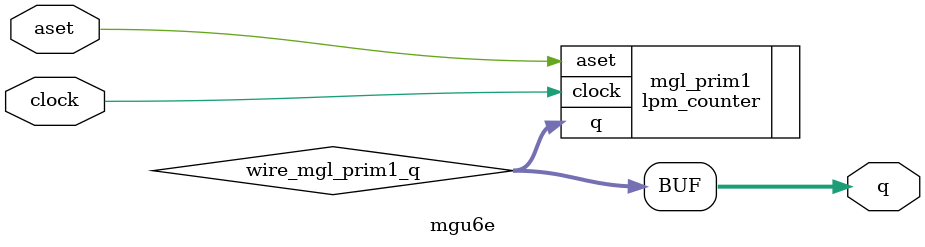
<source format=v>






//synthesis_resources = lpm_counter 1 
//synopsys translate_off
`timescale 1 ps / 1 ps
//synopsys translate_on
module  mgu6e
	( 
	aset,
	clock,
	q) /* synthesis synthesis_clearbox=1 */;
	input   aset;
	input   clock;
	output   [3:0]  q;

	wire  [3:0]   wire_mgl_prim1_q;

	lpm_counter   mgl_prim1
	( 
	.aset(aset),
	.clock(clock),
	.q(wire_mgl_prim1_q));
	defparam
		mgl_prim1.lpm_avalue = 1000,
		mgl_prim1.lpm_direction = "UP",
		mgl_prim1.lpm_port_updown = "PORT_UNUSED",
		mgl_prim1.lpm_type = "LPM_COUNTER",
		mgl_prim1.lpm_width = 4;
	assign
		q = wire_mgl_prim1_q;
endmodule //mgu6e
//VALID FILE

</source>
